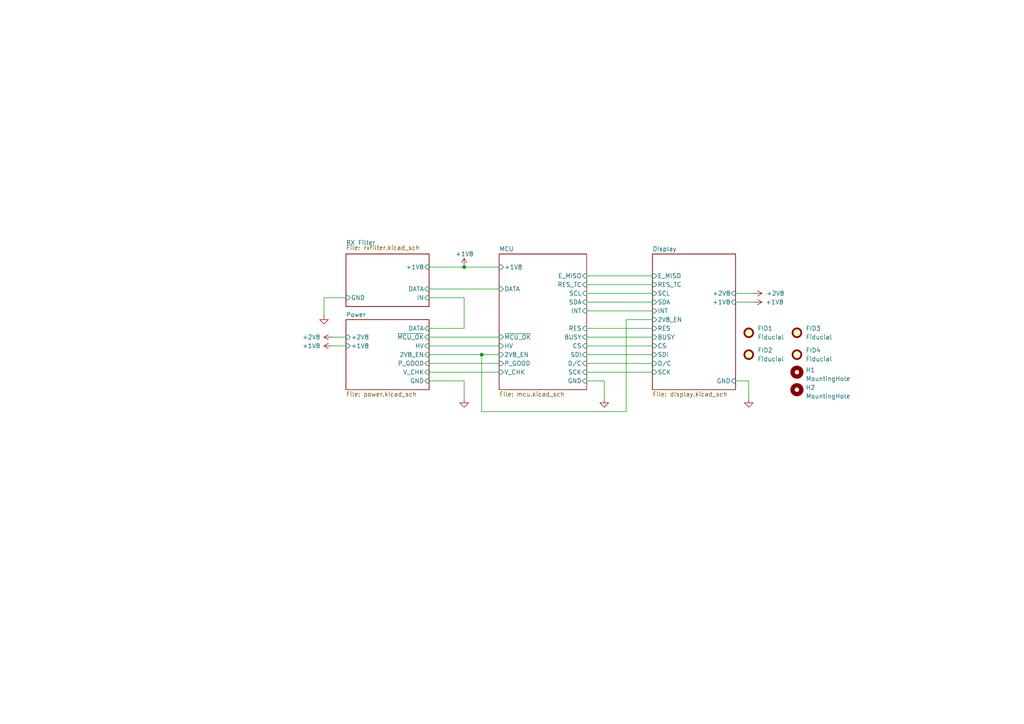
<source format=kicad_sch>
(kicad_sch (version 20230221) (generator eeschema)

  (uuid f1094595-086c-43ea-a0be-6f801d9d8744)

  (paper "A4")

  (lib_symbols
    (symbol "Mechanical:Fiducial" (in_bom yes) (on_board yes)
      (property "Reference" "FID" (at 0 5.08 0)
        (effects (font (size 1.27 1.27)))
      )
      (property "Value" "Fiducial" (at 0 3.175 0)
        (effects (font (size 1.27 1.27)))
      )
      (property "Footprint" "" (at 0 0 0)
        (effects (font (size 1.27 1.27)) hide)
      )
      (property "Datasheet" "~" (at 0 0 0)
        (effects (font (size 1.27 1.27)) hide)
      )
      (property "ki_keywords" "fiducial marker" (at 0 0 0)
        (effects (font (size 1.27 1.27)) hide)
      )
      (property "ki_description" "Fiducial Marker" (at 0 0 0)
        (effects (font (size 1.27 1.27)) hide)
      )
      (property "ki_fp_filters" "Fiducial*" (at 0 0 0)
        (effects (font (size 1.27 1.27)) hide)
      )
      (symbol "Fiducial_0_1"
        (circle (center 0 0) (radius 1.27)
          (stroke (width 0.508) (type default))
          (fill (type background))
        )
      )
    )
    (symbol "Mechanical:MountingHole" (pin_names (offset 1.016)) (in_bom yes) (on_board yes)
      (property "Reference" "H" (at 0 5.08 0)
        (effects (font (size 1.27 1.27)))
      )
      (property "Value" "MountingHole" (at 0 3.175 0)
        (effects (font (size 1.27 1.27)))
      )
      (property "Footprint" "" (at 0 0 0)
        (effects (font (size 1.27 1.27)) hide)
      )
      (property "Datasheet" "~" (at 0 0 0)
        (effects (font (size 1.27 1.27)) hide)
      )
      (property "ki_keywords" "mounting hole" (at 0 0 0)
        (effects (font (size 1.27 1.27)) hide)
      )
      (property "ki_description" "Mounting Hole without connection" (at 0 0 0)
        (effects (font (size 1.27 1.27)) hide)
      )
      (property "ki_fp_filters" "MountingHole*" (at 0 0 0)
        (effects (font (size 1.27 1.27)) hide)
      )
      (symbol "MountingHole_0_1"
        (circle (center 0 0) (radius 1.27)
          (stroke (width 1.27) (type default))
          (fill (type none))
        )
      )
    )
    (symbol "power:+1V8" (power) (pin_names (offset 0)) (in_bom yes) (on_board yes)
      (property "Reference" "#PWR" (at 0 -3.81 0)
        (effects (font (size 1.27 1.27)) hide)
      )
      (property "Value" "+1V8" (at 0 3.556 0)
        (effects (font (size 1.27 1.27)))
      )
      (property "Footprint" "" (at 0 0 0)
        (effects (font (size 1.27 1.27)) hide)
      )
      (property "Datasheet" "" (at 0 0 0)
        (effects (font (size 1.27 1.27)) hide)
      )
      (property "ki_keywords" "power-flag" (at 0 0 0)
        (effects (font (size 1.27 1.27)) hide)
      )
      (property "ki_description" "Power symbol creates a global label with name \"+1V8\"" (at 0 0 0)
        (effects (font (size 1.27 1.27)) hide)
      )
      (symbol "+1V8_0_1"
        (polyline
          (pts
            (xy -0.762 1.27)
            (xy 0 2.54)
          )
          (stroke (width 0) (type default))
          (fill (type none))
        )
        (polyline
          (pts
            (xy 0 0)
            (xy 0 2.54)
          )
          (stroke (width 0) (type default))
          (fill (type none))
        )
        (polyline
          (pts
            (xy 0 2.54)
            (xy 0.762 1.27)
          )
          (stroke (width 0) (type default))
          (fill (type none))
        )
      )
      (symbol "+1V8_1_1"
        (pin power_in line (at 0 0 90) (length 0) hide
          (name "+1V8" (effects (font (size 1.27 1.27))))
          (number "1" (effects (font (size 1.27 1.27))))
        )
      )
    )
    (symbol "power:+2V8" (power) (pin_names (offset 0)) (in_bom yes) (on_board yes)
      (property "Reference" "#PWR" (at 0 -3.81 0)
        (effects (font (size 1.27 1.27)) hide)
      )
      (property "Value" "+2V8" (at 0 3.556 0)
        (effects (font (size 1.27 1.27)))
      )
      (property "Footprint" "" (at 0 0 0)
        (effects (font (size 1.27 1.27)) hide)
      )
      (property "Datasheet" "" (at 0 0 0)
        (effects (font (size 1.27 1.27)) hide)
      )
      (property "ki_keywords" "power-flag" (at 0 0 0)
        (effects (font (size 1.27 1.27)) hide)
      )
      (property "ki_description" "Power symbol creates a global label with name \"+2V8\"" (at 0 0 0)
        (effects (font (size 1.27 1.27)) hide)
      )
      (symbol "+2V8_0_1"
        (polyline
          (pts
            (xy -0.762 1.27)
            (xy 0 2.54)
          )
          (stroke (width 0) (type default))
          (fill (type none))
        )
        (polyline
          (pts
            (xy 0 0)
            (xy 0 2.54)
          )
          (stroke (width 0) (type default))
          (fill (type none))
        )
        (polyline
          (pts
            (xy 0 2.54)
            (xy 0.762 1.27)
          )
          (stroke (width 0) (type default))
          (fill (type none))
        )
      )
      (symbol "+2V8_1_1"
        (pin power_in line (at 0 0 90) (length 0) hide
          (name "+2V8" (effects (font (size 1.27 1.27))))
          (number "1" (effects (font (size 1.27 1.27))))
        )
      )
    )
    (symbol "power:GND" (power) (pin_names (offset 0)) (in_bom yes) (on_board yes)
      (property "Reference" "#PWR" (at 0 -6.35 0)
        (effects (font (size 1.27 1.27)) hide)
      )
      (property "Value" "GND" (at 0 -3.81 0)
        (effects (font (size 1.27 1.27)))
      )
      (property "Footprint" "" (at 0 0 0)
        (effects (font (size 1.27 1.27)) hide)
      )
      (property "Datasheet" "" (at 0 0 0)
        (effects (font (size 1.27 1.27)) hide)
      )
      (property "ki_keywords" "power-flag" (at 0 0 0)
        (effects (font (size 1.27 1.27)) hide)
      )
      (property "ki_description" "Power symbol creates a global label with name \"GND\" , ground" (at 0 0 0)
        (effects (font (size 1.27 1.27)) hide)
      )
      (symbol "GND_0_1"
        (polyline
          (pts
            (xy 0 0)
            (xy 0 -1.27)
            (xy 1.27 -1.27)
            (xy 0 -2.54)
            (xy -1.27 -1.27)
            (xy 0 -1.27)
          )
          (stroke (width 0) (type default))
          (fill (type none))
        )
      )
      (symbol "GND_1_1"
        (pin power_in line (at 0 0 270) (length 0) hide
          (name "GND" (effects (font (size 1.27 1.27))))
          (number "1" (effects (font (size 1.27 1.27))))
        )
      )
    )
  )

  (junction (at 134.62 77.47) (diameter 0) (color 0 0 0 0)
    (uuid 1760802e-9cb8-4888-9bb6-3cad90cb4391)
  )
  (junction (at 139.7 102.87) (diameter 0) (color 0 0 0 0)
    (uuid 65767b9c-3c34-47da-b3b2-88cfe96b9910)
  )

  (wire (pts (xy 139.7 102.87) (xy 144.78 102.87))
    (stroke (width 0) (type default))
    (uuid 11b85a35-b083-4347-ace4-7895514d8392)
  )
  (wire (pts (xy 124.46 107.95) (xy 144.78 107.95))
    (stroke (width 0) (type default))
    (uuid 15c7b644-feaa-4a72-99f5-372726787def)
  )
  (wire (pts (xy 217.17 110.49) (xy 213.36 110.49))
    (stroke (width 0) (type default))
    (uuid 27ea524a-ef43-49cd-bc84-d2090076d86a)
  )
  (wire (pts (xy 170.18 97.79) (xy 189.23 97.79))
    (stroke (width 0) (type default))
    (uuid 28c990b6-1f32-4c71-bcdc-846eba960089)
  )
  (wire (pts (xy 170.18 110.49) (xy 175.26 110.49))
    (stroke (width 0) (type default))
    (uuid 31b011c6-669c-452f-9e6a-c12cbf22873f)
  )
  (wire (pts (xy 93.98 86.36) (xy 100.33 86.36))
    (stroke (width 0) (type default))
    (uuid 32ad62b6-4c67-4581-bc38-befff47b7821)
  )
  (wire (pts (xy 213.36 85.09) (xy 218.44 85.09))
    (stroke (width 0) (type default))
    (uuid 35d3384b-807d-4125-9396-faeecd147abe)
  )
  (wire (pts (xy 124.46 77.47) (xy 134.62 77.47))
    (stroke (width 0) (type default))
    (uuid 4125a609-c62c-428e-91ef-a0d664eace49)
  )
  (wire (pts (xy 170.18 85.09) (xy 189.23 85.09))
    (stroke (width 0) (type default))
    (uuid 42827432-d5a8-499a-a7ae-797fd1d51d8a)
  )
  (wire (pts (xy 96.52 100.33) (xy 100.33 100.33))
    (stroke (width 0) (type default))
    (uuid 472773c8-a72c-4ffa-90d4-65aa9eb95627)
  )
  (wire (pts (xy 181.61 119.38) (xy 139.7 119.38))
    (stroke (width 0) (type default))
    (uuid 684ca263-331a-41d7-8151-1ef493c459f4)
  )
  (wire (pts (xy 170.18 95.25) (xy 189.23 95.25))
    (stroke (width 0) (type default))
    (uuid 6903ac01-63b0-45f2-8de5-782ac93c7643)
  )
  (wire (pts (xy 96.52 97.79) (xy 100.33 97.79))
    (stroke (width 0) (type default))
    (uuid 6f06b72b-dda5-4c6c-9fed-55cb9fa4d090)
  )
  (wire (pts (xy 170.18 87.63) (xy 189.23 87.63))
    (stroke (width 0) (type default))
    (uuid 740d8e84-9f0a-436b-9967-03365c26d02e)
  )
  (wire (pts (xy 134.62 110.49) (xy 124.46 110.49))
    (stroke (width 0) (type default))
    (uuid 770db952-301e-4657-91ea-bfa67ab9b9b4)
  )
  (wire (pts (xy 134.62 115.57) (xy 134.62 110.49))
    (stroke (width 0) (type default))
    (uuid 7d7b36d6-4db1-474b-b5bb-632e85f1d28a)
  )
  (wire (pts (xy 170.18 105.41) (xy 189.23 105.41))
    (stroke (width 0) (type default))
    (uuid 7e3ab624-6a5b-426d-a7cd-61748a9112a1)
  )
  (wire (pts (xy 170.18 90.17) (xy 189.23 90.17))
    (stroke (width 0) (type default))
    (uuid 7fb776a0-17e4-433e-aa9b-7b7f563a8ef4)
  )
  (wire (pts (xy 124.46 97.79) (xy 144.78 97.79))
    (stroke (width 0) (type default))
    (uuid 8f2670bb-efbf-402f-b217-693f6bd67dbb)
  )
  (wire (pts (xy 124.46 105.41) (xy 144.78 105.41))
    (stroke (width 0) (type default))
    (uuid 8fa3ce1b-5dba-4410-b2d5-97e218f3a8d1)
  )
  (wire (pts (xy 124.46 83.82) (xy 144.78 83.82))
    (stroke (width 0) (type default))
    (uuid 951b706f-5ee5-467f-976f-d402bb6a24ad)
  )
  (wire (pts (xy 124.46 100.33) (xy 144.78 100.33))
    (stroke (width 0) (type default))
    (uuid a0bbef68-2004-4486-a7a4-70f40fc10f20)
  )
  (wire (pts (xy 139.7 119.38) (xy 139.7 102.87))
    (stroke (width 0) (type default))
    (uuid a43513c9-3b58-421c-aacd-8adea195f6b1)
  )
  (wire (pts (xy 170.18 100.33) (xy 189.23 100.33))
    (stroke (width 0) (type default))
    (uuid afb83ae3-4e7b-40d7-8bba-2ec249dbd674)
  )
  (wire (pts (xy 134.62 77.47) (xy 144.78 77.47))
    (stroke (width 0) (type default))
    (uuid b1e46a58-1742-4386-97aa-8179f030c1b1)
  )
  (wire (pts (xy 170.18 80.01) (xy 189.23 80.01))
    (stroke (width 0) (type default))
    (uuid b87bdec1-97c1-4f59-aef0-6a57b7fd0c08)
  )
  (wire (pts (xy 134.62 95.25) (xy 124.46 95.25))
    (stroke (width 0) (type default))
    (uuid ba8c8b4f-ee18-4408-8378-1b96cfc10866)
  )
  (wire (pts (xy 124.46 102.87) (xy 139.7 102.87))
    (stroke (width 0) (type default))
    (uuid bac70081-79f5-4f17-9482-ca50be35f38c)
  )
  (wire (pts (xy 218.44 87.63) (xy 213.36 87.63))
    (stroke (width 0) (type default))
    (uuid c449bba0-eaad-4475-9117-fa89fab51967)
  )
  (wire (pts (xy 217.17 115.57) (xy 217.17 110.49))
    (stroke (width 0) (type default))
    (uuid c7f3a0ba-18db-4c63-9187-4584f42a5930)
  )
  (wire (pts (xy 170.18 82.55) (xy 189.23 82.55))
    (stroke (width 0) (type default))
    (uuid ca54df42-b27e-43a9-8d69-9e64a04ad206)
  )
  (wire (pts (xy 175.26 115.57) (xy 175.26 110.49))
    (stroke (width 0) (type default))
    (uuid cd9a6a2f-cbb2-4fa8-a00e-26994b16732c)
  )
  (wire (pts (xy 93.98 91.44) (xy 93.98 86.36))
    (stroke (width 0) (type default))
    (uuid cfaccb8a-85d3-41ea-914f-ca51fa87e72f)
  )
  (wire (pts (xy 181.61 92.71) (xy 181.61 119.38))
    (stroke (width 0) (type default))
    (uuid d6e1f545-5122-4619-a1ae-288aa6c67456)
  )
  (wire (pts (xy 170.18 102.87) (xy 189.23 102.87))
    (stroke (width 0) (type default))
    (uuid d9679898-6314-4147-b045-c0a3b7572216)
  )
  (wire (pts (xy 170.18 107.95) (xy 189.23 107.95))
    (stroke (width 0) (type default))
    (uuid dc47cb1f-179c-45c5-abd5-276d30965abe)
  )
  (wire (pts (xy 124.46 86.36) (xy 134.62 86.36))
    (stroke (width 0) (type default))
    (uuid e2bf8467-272a-440f-a96d-032043d52350)
  )
  (wire (pts (xy 134.62 86.36) (xy 134.62 95.25))
    (stroke (width 0) (type default))
    (uuid e3ed2ceb-bbcd-475e-a647-ab7ceca4518a)
  )
  (wire (pts (xy 189.23 92.71) (xy 181.61 92.71))
    (stroke (width 0) (type default))
    (uuid f692f1b3-cea9-4863-a52f-6182862cd916)
  )

  (symbol (lib_id "Mechanical:Fiducial") (at 217.17 96.52 0) (unit 1)
    (in_bom yes) (on_board yes) (dnp no) (fields_autoplaced)
    (uuid 07b6e9fa-5f27-4d03-a108-8598ae262114)
    (property "Reference" "FID?" (at 219.71 95.2499 0)
      (effects (font (size 1.27 1.27)) (justify left))
    )
    (property "Value" "Fiducial" (at 219.71 97.7899 0)
      (effects (font (size 1.27 1.27)) (justify left))
    )
    (property "Footprint" "Fiducial:Fiducial_0.5mm_Mask1.5mm" (at 217.17 96.52 0)
      (effects (font (size 1.27 1.27)) hide)
    )
    (property "Datasheet" "~" (at 217.17 96.52 0)
      (effects (font (size 1.27 1.27)) hide)
    )
    (instances
      (project "Kampela"
        (path "/472e0f49-51e5-4b9c-a9f6-6aed0741c677"
          (reference "FID?") (unit 1)
        )
      )
      (project "Kampela_D1"
        (path "/f1094595-086c-43ea-a0be-6f801d9d8744"
          (reference "FID1") (unit 1)
        )
      )
    )
  )

  (symbol (lib_id "power:+1V8") (at 218.44 87.63 270) (unit 1)
    (in_bom yes) (on_board yes) (dnp no)
    (uuid 1456c387-d268-44d5-98df-074738d8757c)
    (property "Reference" "#PWR?" (at 214.63 87.63 0)
      (effects (font (size 1.27 1.27)) hide)
    )
    (property "Value" "+1V8" (at 227.33 87.63 90)
      (effects (font (size 1.27 1.27)) (justify right))
    )
    (property "Footprint" "" (at 218.44 87.63 0)
      (effects (font (size 1.27 1.27)) hide)
    )
    (property "Datasheet" "" (at 218.44 87.63 0)
      (effects (font (size 1.27 1.27)) hide)
    )
    (pin "1" (uuid a6aa9ef6-bd6c-4cf9-a8ff-7bbcef6f2bf8))
    (instances
      (project "Kampela"
        (path "/472e0f49-51e5-4b9c-a9f6-6aed0741c677"
          (reference "#PWR?") (unit 1)
        )
      )
      (project "Kampela_D1"
        (path "/f1094595-086c-43ea-a0be-6f801d9d8744"
          (reference "#PWR010") (unit 1)
        )
      )
    )
  )

  (symbol (lib_id "power:+2V8") (at 96.52 97.79 90) (unit 1)
    (in_bom yes) (on_board yes) (dnp no)
    (uuid 476324e8-1c8e-4748-bcb3-62301e88ff0e)
    (property "Reference" "#PWR?" (at 100.33 97.79 0)
      (effects (font (size 1.27 1.27)) hide)
    )
    (property "Value" "+2V8" (at 87.63 97.79 90)
      (effects (font (size 1.27 1.27)) (justify right))
    )
    (property "Footprint" "" (at 96.52 97.79 0)
      (effects (font (size 1.27 1.27)) hide)
    )
    (property "Datasheet" "" (at 96.52 97.79 0)
      (effects (font (size 1.27 1.27)) hide)
    )
    (pin "1" (uuid 71ae35e1-c271-4e8c-9bed-728591c561ff))
    (instances
      (project "Kampela"
        (path "/472e0f49-51e5-4b9c-a9f6-6aed0741c677"
          (reference "#PWR?") (unit 1)
        )
      )
      (project "Kampela_D1"
        (path "/f1094595-086c-43ea-a0be-6f801d9d8744"
          (reference "#PWR02") (unit 1)
        )
      )
    )
  )

  (symbol (lib_id "Mechanical:Fiducial") (at 231.14 102.87 0) (unit 1)
    (in_bom yes) (on_board yes) (dnp no) (fields_autoplaced)
    (uuid 49b50032-60bf-486c-90ee-ada0700a21b5)
    (property "Reference" "FID?" (at 233.68 101.5999 0)
      (effects (font (size 1.27 1.27)) (justify left))
    )
    (property "Value" "Fiducial" (at 233.68 104.1399 0)
      (effects (font (size 1.27 1.27)) (justify left))
    )
    (property "Footprint" "Fiducial:Fiducial_0.5mm_Mask1.5mm" (at 231.14 102.87 0)
      (effects (font (size 1.27 1.27)) hide)
    )
    (property "Datasheet" "~" (at 231.14 102.87 0)
      (effects (font (size 1.27 1.27)) hide)
    )
    (instances
      (project "Kampela"
        (path "/472e0f49-51e5-4b9c-a9f6-6aed0741c677"
          (reference "FID?") (unit 1)
        )
      )
      (project "Kampela_D1"
        (path "/f1094595-086c-43ea-a0be-6f801d9d8744"
          (reference "FID4") (unit 1)
        )
      )
    )
  )

  (symbol (lib_id "Mechanical:MountingHole") (at 231.14 113.03 0) (unit 1)
    (in_bom yes) (on_board yes) (dnp no) (fields_autoplaced)
    (uuid 5b4b0dd3-69b5-482f-846f-fc5616165a2a)
    (property "Reference" "H2" (at 233.68 112.395 0)
      (effects (font (size 1.27 1.27)) (justify left))
    )
    (property "Value" "MountingHole" (at 233.68 114.935 0)
      (effects (font (size 1.27 1.27)) (justify left))
    )
    (property "Footprint" "MountingHole:MountingHole_2.1mm" (at 231.14 113.03 0)
      (effects (font (size 1.27 1.27)) hide)
    )
    (property "Datasheet" "~" (at 231.14 113.03 0)
      (effects (font (size 1.27 1.27)) hide)
    )
    (instances
      (project "Kampela_D1"
        (path "/f1094595-086c-43ea-a0be-6f801d9d8744"
          (reference "H2") (unit 1)
        )
      )
    )
  )

  (symbol (lib_id "power:+2V8") (at 218.44 85.09 270) (unit 1)
    (in_bom yes) (on_board yes) (dnp no) (fields_autoplaced)
    (uuid 8455d62c-d401-42ef-b025-8d9fa60e4bcc)
    (property "Reference" "#PWR?" (at 214.63 85.09 0)
      (effects (font (size 1.27 1.27)) hide)
    )
    (property "Value" "+2V8" (at 222.25 85.0899 90)
      (effects (font (size 1.27 1.27)) (justify left))
    )
    (property "Footprint" "" (at 218.44 85.09 0)
      (effects (font (size 1.27 1.27)) hide)
    )
    (property "Datasheet" "" (at 218.44 85.09 0)
      (effects (font (size 1.27 1.27)) hide)
    )
    (pin "1" (uuid 667d1ef9-2baf-4dfa-b332-6d6423a0ed34))
    (instances
      (project "Kampela"
        (path "/472e0f49-51e5-4b9c-a9f6-6aed0741c677"
          (reference "#PWR?") (unit 1)
        )
      )
      (project "Kampela_D1"
        (path "/f1094595-086c-43ea-a0be-6f801d9d8744"
          (reference "#PWR09") (unit 1)
        )
      )
    )
  )

  (symbol (lib_id "power:GND") (at 93.98 91.44 0) (mirror y) (unit 1)
    (in_bom yes) (on_board yes) (dnp no) (fields_autoplaced)
    (uuid 93ecbcce-cd92-405f-b117-481c41d6d595)
    (property "Reference" "#PWR?" (at 93.98 97.79 0)
      (effects (font (size 1.27 1.27)) hide)
    )
    (property "Value" "GND" (at 93.98 96.52 0)
      (effects (font (size 1.27 1.27)) hide)
    )
    (property "Footprint" "" (at 93.98 91.44 0)
      (effects (font (size 1.27 1.27)) hide)
    )
    (property "Datasheet" "" (at 93.98 91.44 0)
      (effects (font (size 1.27 1.27)) hide)
    )
    (pin "1" (uuid 7d6ac812-3c6f-4c1e-acc9-5a7007f3b680))
    (instances
      (project "Kampela"
        (path "/472e0f49-51e5-4b9c-a9f6-6aed0741c677"
          (reference "#PWR?") (unit 1)
        )
      )
      (project "Kampela_D1"
        (path "/f1094595-086c-43ea-a0be-6f801d9d8744"
          (reference "#PWR01") (unit 1)
        )
      )
    )
  )

  (symbol (lib_id "Mechanical:MountingHole") (at 231.14 107.95 0) (unit 1)
    (in_bom yes) (on_board yes) (dnp no) (fields_autoplaced)
    (uuid 9ec0f513-e523-40e8-95e2-90ce8323235c)
    (property "Reference" "H1" (at 233.68 107.315 0)
      (effects (font (size 1.27 1.27)) (justify left))
    )
    (property "Value" "MountingHole" (at 233.68 109.855 0)
      (effects (font (size 1.27 1.27)) (justify left))
    )
    (property "Footprint" "MountingHole:MountingHole_2.1mm" (at 231.14 107.95 0)
      (effects (font (size 1.27 1.27)) hide)
    )
    (property "Datasheet" "~" (at 231.14 107.95 0)
      (effects (font (size 1.27 1.27)) hide)
    )
    (instances
      (project "Kampela_D1"
        (path "/f1094595-086c-43ea-a0be-6f801d9d8744"
          (reference "H1") (unit 1)
        )
      )
    )
  )

  (symbol (lib_id "power:+1V8") (at 134.62 77.47 0) (mirror y) (unit 1)
    (in_bom yes) (on_board yes) (dnp no)
    (uuid a20bbef2-5722-4dc2-a3d8-4073fdf4cf88)
    (property "Reference" "#PWR?" (at 134.62 81.28 0)
      (effects (font (size 1.27 1.27)) hide)
    )
    (property "Value" "+1V8" (at 132.08 73.66 0)
      (effects (font (size 1.27 1.27)) (justify right))
    )
    (property "Footprint" "" (at 134.62 77.47 0)
      (effects (font (size 1.27 1.27)) hide)
    )
    (property "Datasheet" "" (at 134.62 77.47 0)
      (effects (font (size 1.27 1.27)) hide)
    )
    (pin "1" (uuid 9c73a91c-9da2-4483-a22d-45352e5d3eee))
    (instances
      (project "Kampela"
        (path "/472e0f49-51e5-4b9c-a9f6-6aed0741c677"
          (reference "#PWR?") (unit 1)
        )
      )
      (project "Kampela_D1"
        (path "/f1094595-086c-43ea-a0be-6f801d9d8744"
          (reference "#PWR04") (unit 1)
        )
      )
    )
  )

  (symbol (lib_id "power:GND") (at 175.26 115.57 0) (unit 1)
    (in_bom yes) (on_board yes) (dnp no) (fields_autoplaced)
    (uuid a4b25f85-1191-431e-a8f7-7b1fb23ae6d9)
    (property "Reference" "#PWR?" (at 175.26 121.92 0)
      (effects (font (size 1.27 1.27)) hide)
    )
    (property "Value" "GND" (at 175.26 120.65 0)
      (effects (font (size 1.27 1.27)) hide)
    )
    (property "Footprint" "" (at 175.26 115.57 0)
      (effects (font (size 1.27 1.27)) hide)
    )
    (property "Datasheet" "" (at 175.26 115.57 0)
      (effects (font (size 1.27 1.27)) hide)
    )
    (pin "1" (uuid 9f93f770-9117-4b08-97fa-c3e7d03b7d3b))
    (instances
      (project "Kampela"
        (path "/472e0f49-51e5-4b9c-a9f6-6aed0741c677"
          (reference "#PWR?") (unit 1)
        )
      )
      (project "Kampela_D1"
        (path "/f1094595-086c-43ea-a0be-6f801d9d8744"
          (reference "#PWR07") (unit 1)
        )
      )
    )
  )

  (symbol (lib_id "power:GND") (at 217.17 115.57 0) (unit 1)
    (in_bom yes) (on_board yes) (dnp no) (fields_autoplaced)
    (uuid cfd355be-245b-44a2-9692-a6e752c3dbe2)
    (property "Reference" "#PWR?" (at 217.17 121.92 0)
      (effects (font (size 1.27 1.27)) hide)
    )
    (property "Value" "GND" (at 217.17 120.65 0)
      (effects (font (size 1.27 1.27)) hide)
    )
    (property "Footprint" "" (at 217.17 115.57 0)
      (effects (font (size 1.27 1.27)) hide)
    )
    (property "Datasheet" "" (at 217.17 115.57 0)
      (effects (font (size 1.27 1.27)) hide)
    )
    (pin "1" (uuid d00e5ce5-9554-4def-b226-d6b884c7cdef))
    (instances
      (project "Kampela"
        (path "/472e0f49-51e5-4b9c-a9f6-6aed0741c677"
          (reference "#PWR?") (unit 1)
        )
      )
      (project "Kampela_D1"
        (path "/f1094595-086c-43ea-a0be-6f801d9d8744"
          (reference "#PWR08") (unit 1)
        )
      )
    )
  )

  (symbol (lib_id "power:GND") (at 134.62 115.57 0) (unit 1)
    (in_bom yes) (on_board yes) (dnp no) (fields_autoplaced)
    (uuid d50ce48e-a741-419f-9e71-ad8f1744bcd5)
    (property "Reference" "#PWR?" (at 134.62 121.92 0)
      (effects (font (size 1.27 1.27)) hide)
    )
    (property "Value" "GND" (at 134.62 120.65 0)
      (effects (font (size 1.27 1.27)) hide)
    )
    (property "Footprint" "" (at 134.62 115.57 0)
      (effects (font (size 1.27 1.27)) hide)
    )
    (property "Datasheet" "" (at 134.62 115.57 0)
      (effects (font (size 1.27 1.27)) hide)
    )
    (pin "1" (uuid 59932af4-abb4-4e95-b188-5a2f7f2d037e))
    (instances
      (project "Kampela"
        (path "/472e0f49-51e5-4b9c-a9f6-6aed0741c677"
          (reference "#PWR?") (unit 1)
        )
      )
      (project "Kampela_D1"
        (path "/f1094595-086c-43ea-a0be-6f801d9d8744"
          (reference "#PWR05") (unit 1)
        )
      )
    )
  )

  (symbol (lib_id "power:+1V8") (at 96.52 100.33 90) (mirror x) (unit 1)
    (in_bom yes) (on_board yes) (dnp no)
    (uuid d825d4c0-2158-4eae-a84f-ce936fe7628f)
    (property "Reference" "#PWR?" (at 100.33 100.33 0)
      (effects (font (size 1.27 1.27)) hide)
    )
    (property "Value" "+1V8" (at 87.63 100.33 90)
      (effects (font (size 1.27 1.27)) (justify right))
    )
    (property "Footprint" "" (at 96.52 100.33 0)
      (effects (font (size 1.27 1.27)) hide)
    )
    (property "Datasheet" "" (at 96.52 100.33 0)
      (effects (font (size 1.27 1.27)) hide)
    )
    (pin "1" (uuid ebb1a57f-64d9-4d63-9022-93523e42df4c))
    (instances
      (project "Kampela"
        (path "/472e0f49-51e5-4b9c-a9f6-6aed0741c677"
          (reference "#PWR?") (unit 1)
        )
      )
      (project "Kampela_D1"
        (path "/f1094595-086c-43ea-a0be-6f801d9d8744"
          (reference "#PWR03") (unit 1)
        )
      )
    )
  )

  (symbol (lib_id "Mechanical:Fiducial") (at 231.14 96.52 0) (unit 1)
    (in_bom yes) (on_board yes) (dnp no) (fields_autoplaced)
    (uuid dc0985ce-3d77-4399-be2d-eb0592f40a31)
    (property "Reference" "FID?" (at 233.68 95.2499 0)
      (effects (font (size 1.27 1.27)) (justify left))
    )
    (property "Value" "Fiducial" (at 233.68 97.7899 0)
      (effects (font (size 1.27 1.27)) (justify left))
    )
    (property "Footprint" "Fiducial:Fiducial_0.5mm_Mask1.5mm" (at 231.14 96.52 0)
      (effects (font (size 1.27 1.27)) hide)
    )
    (property "Datasheet" "~" (at 231.14 96.52 0)
      (effects (font (size 1.27 1.27)) hide)
    )
    (instances
      (project "Kampela"
        (path "/472e0f49-51e5-4b9c-a9f6-6aed0741c677"
          (reference "FID?") (unit 1)
        )
      )
      (project "Kampela_D1"
        (path "/f1094595-086c-43ea-a0be-6f801d9d8744"
          (reference "FID3") (unit 1)
        )
      )
    )
  )

  (symbol (lib_id "Mechanical:Fiducial") (at 217.17 102.87 0) (unit 1)
    (in_bom yes) (on_board yes) (dnp no) (fields_autoplaced)
    (uuid e907db61-12ad-41c2-906d-7cba99d56fff)
    (property "Reference" "FID?" (at 219.71 101.5999 0)
      (effects (font (size 1.27 1.27)) (justify left))
    )
    (property "Value" "Fiducial" (at 219.71 104.1399 0)
      (effects (font (size 1.27 1.27)) (justify left))
    )
    (property "Footprint" "Fiducial:Fiducial_0.5mm_Mask1.5mm" (at 217.17 102.87 0)
      (effects (font (size 1.27 1.27)) hide)
    )
    (property "Datasheet" "~" (at 217.17 102.87 0)
      (effects (font (size 1.27 1.27)) hide)
    )
    (instances
      (project "Kampela"
        (path "/472e0f49-51e5-4b9c-a9f6-6aed0741c677"
          (reference "FID?") (unit 1)
        )
      )
      (project "Kampela_D1"
        (path "/f1094595-086c-43ea-a0be-6f801d9d8744"
          (reference "FID2") (unit 1)
        )
      )
    )
  )

  (sheet (at 100.33 92.71) (size 24.13 20.32) (fields_autoplaced)
    (stroke (width 0.1524) (type solid))
    (fill (color 0 0 0 0.0000))
    (uuid 107d2fe5-3a51-4aa0-a4ed-d8d997e2d812)
    (property "Sheetname" "Power" (at 100.33 91.9984 0)
      (effects (font (size 1.27 1.27)) (justify left bottom))
    )
    (property "Sheetfile" "power.kicad_sch" (at 100.33 113.6146 0)
      (effects (font (size 1.27 1.27)) (justify left top))
    )
    (pin "GND" input (at 124.46 110.49 0)
      (effects (font (size 1.27 1.27)) (justify right))
      (uuid a86538ae-f792-491f-af6d-2b2cda4b5336)
    )
    (pin "2V8_EN" input (at 124.46 102.87 0)
      (effects (font (size 1.27 1.27)) (justify right))
      (uuid eb1d37b4-816d-49b9-9903-362b6aecc882)
    )
    (pin "V_CHK" input (at 124.46 107.95 0)
      (effects (font (size 1.27 1.27)) (justify right))
      (uuid f487c804-b7dd-4573-9adf-71d3f2df9912)
    )
    (pin "P_GOOD" input (at 124.46 105.41 0)
      (effects (font (size 1.27 1.27)) (justify right))
      (uuid 75489edd-7ea4-4af0-8189-201d4b37aef8)
    )
    (pin "+1V8" input (at 100.33 100.33 180)
      (effects (font (size 1.27 1.27)) (justify left))
      (uuid 2d389b1a-f5d4-4843-aed6-a63d7cfa55c4)
    )
    (pin "+2V8" input (at 100.33 97.79 180)
      (effects (font (size 1.27 1.27)) (justify left))
      (uuid f9470593-d236-4759-9da5-fd68b4a13779)
    )
    (pin "DATA" input (at 124.46 95.25 0)
      (effects (font (size 1.27 1.27)) (justify right))
      (uuid 45e6275b-068a-4008-8eee-c223e565dc06)
    )
    (pin "HV" input (at 124.46 100.33 0)
      (effects (font (size 1.27 1.27)) (justify right))
      (uuid fe7456af-891e-44d2-9d12-1a51caed3084)
    )
    (pin "~{MCU_OK}" input (at 124.46 97.79 0)
      (effects (font (size 1.27 1.27)) (justify right))
      (uuid 95a7f914-9d91-4536-a7a5-443709429e7a)
    )
    (instances
      (project "Kampela"
        (path "/472e0f49-51e5-4b9c-a9f6-6aed0741c677" (page "3"))
      )
    )
  )

  (sheet (at 100.33 73.66) (size 24.13 15.24)
    (stroke (width 0.1524) (type solid))
    (fill (color 0 0 0 0.0000))
    (uuid 67eb4c15-878d-4392-8f98-b0db1677ce0d)
    (property "Sheetname" "RX Filter" (at 100.33 71.12 0)
      (effects (font (size 1.27 1.27)) (justify left bottom))
    )
    (property "Sheetfile" "rxfilter.kicad_sch" (at 100.33 71.12 0)
      (effects (font (size 1.27 1.27)) (justify left top))
    )
    (pin "IN" input (at 124.46 86.36 0)
      (effects (font (size 1.27 1.27)) (justify right))
      (uuid e22de384-22ee-4f9a-a4c2-9240cc29e1f1)
    )
    (pin "DATA" input (at 124.46 83.82 0)
      (effects (font (size 1.27 1.27)) (justify right))
      (uuid 2ff9a22e-42c2-48bb-8e4c-b12e81195989)
    )
    (pin "GND" input (at 100.33 86.36 180)
      (effects (font (size 1.27 1.27)) (justify left))
      (uuid 01b77589-6285-414d-91ef-7ddc4a0bb28d)
    )
    (pin "+1V8" input (at 124.46 77.47 0)
      (effects (font (size 1.27 1.27)) (justify right))
      (uuid a71e9899-17bd-44cf-9c4e-c06b0c5bf5b2)
    )
    (instances
      (project "Kampela"
        (path "/472e0f49-51e5-4b9c-a9f6-6aed0741c677" (page "2"))
      )
    )
  )

  (sheet (at 189.23 73.66) (size 24.13 39.37) (fields_autoplaced)
    (stroke (width 0.1524) (type solid))
    (fill (color 0 0 0 0.0000))
    (uuid 7868ecaa-9431-43d7-95a8-9c0f01ec9958)
    (property "Sheetname" "Display" (at 189.23 72.9484 0)
      (effects (font (size 1.27 1.27)) (justify left bottom))
    )
    (property "Sheetfile" "display.kicad_sch" (at 189.23 113.6146 0)
      (effects (font (size 1.27 1.27)) (justify left top))
    )
    (pin "D{slash}C" input (at 189.23 105.41 180)
      (effects (font (size 1.27 1.27)) (justify left))
      (uuid cdc30568-0a91-428d-9f3c-854e30b5a092)
    )
    (pin "SCK" input (at 189.23 107.95 180)
      (effects (font (size 1.27 1.27)) (justify left))
      (uuid c1ff8284-36bc-42d5-9aad-ce072cba4940)
    )
    (pin "CS" input (at 189.23 100.33 180)
      (effects (font (size 1.27 1.27)) (justify left))
      (uuid 9992a80c-f855-4d00-98ad-ffd292bf2353)
    )
    (pin "SDI" input (at 189.23 102.87 180)
      (effects (font (size 1.27 1.27)) (justify left))
      (uuid 530d0aa3-893f-49bc-b159-f515a9380357)
    )
    (pin "SDA" input (at 189.23 87.63 180)
      (effects (font (size 1.27 1.27)) (justify left))
      (uuid e93b68eb-5ecb-4927-86c9-1ce6084d5925)
    )
    (pin "SCL" input (at 189.23 85.09 180)
      (effects (font (size 1.27 1.27)) (justify left))
      (uuid 911b96b3-b8a4-4da3-ac0c-ae44088f4e58)
    )
    (pin "GND" input (at 213.36 110.49 0)
      (effects (font (size 1.27 1.27)) (justify right))
      (uuid 79d3c175-7edb-4a2c-a83b-22ef5a1e0f0e)
    )
    (pin "INT" input (at 189.23 90.17 180)
      (effects (font (size 1.27 1.27)) (justify left))
      (uuid bf5d3985-eb77-4f3e-9545-e39d37e75f32)
    )
    (pin "BUSY" input (at 189.23 97.79 180)
      (effects (font (size 1.27 1.27)) (justify left))
      (uuid a90670ca-d9fd-4742-9064-dc5d7fc34cac)
    )
    (pin "RES" input (at 189.23 95.25 180)
      (effects (font (size 1.27 1.27)) (justify left))
      (uuid 48fa7c1d-a2c4-43a9-aaf0-2b412bd5c13c)
    )
    (pin "+1V8" input (at 213.36 87.63 0)
      (effects (font (size 1.27 1.27)) (justify right))
      (uuid 36193438-63f3-4eed-ab43-fe381af5e1b2)
    )
    (pin "+2V8" input (at 213.36 85.09 0)
      (effects (font (size 1.27 1.27)) (justify right))
      (uuid 33206404-2b22-4621-aa70-e93ca507816f)
    )
    (pin "RES_TC" input (at 189.23 82.55 180)
      (effects (font (size 1.27 1.27)) (justify left))
      (uuid 8db42898-b33d-491a-9a3c-4a60205152ab)
    )
    (pin "E_MISO" input (at 189.23 80.01 180)
      (effects (font (size 1.27 1.27)) (justify left))
      (uuid 72967f51-1ed2-4814-a08f-04ad7d4ffca5)
    )
    (pin "2V8_EN" input (at 189.23 92.71 180)
      (effects (font (size 1.27 1.27)) (justify left))
      (uuid b200a4df-e040-4520-842c-e5af47429ff2)
    )
    (instances
      (project "Kampela"
        (path "/472e0f49-51e5-4b9c-a9f6-6aed0741c677" (page "4"))
      )
    )
  )

  (sheet (at 144.78 73.66) (size 25.4 39.37) (fields_autoplaced)
    (stroke (width 0.1524) (type solid))
    (fill (color 0 0 0 0.0000))
    (uuid da08338c-417a-4808-acf4-35a11b7a82db)
    (property "Sheetname" "MCU" (at 144.78 72.9484 0)
      (effects (font (size 1.27 1.27)) (justify left bottom))
    )
    (property "Sheetfile" "mcu.kicad_sch" (at 144.78 113.6146 0)
      (effects (font (size 1.27 1.27)) (justify left top))
    )
    (pin "P_GOOD" input (at 144.78 105.41 180)
      (effects (font (size 1.27 1.27)) (justify left))
      (uuid d5000e77-da6f-47dd-8417-ed784dbb1270)
    )
    (pin "+1V8" input (at 144.78 77.47 180)
      (effects (font (size 1.27 1.27)) (justify left))
      (uuid 64277c0a-016e-42d3-82bc-977c27e4804c)
    )
    (pin "RES" input (at 170.18 95.25 0)
      (effects (font (size 1.27 1.27)) (justify right))
      (uuid 30e3f115-b28e-4ec7-9a9d-6da0a7e88f2c)
    )
    (pin "BUSY" input (at 170.18 97.79 0)
      (effects (font (size 1.27 1.27)) (justify right))
      (uuid f8594796-78c8-418d-8c78-482190016fbf)
    )
    (pin "SCK" input (at 170.18 107.95 0)
      (effects (font (size 1.27 1.27)) (justify right))
      (uuid 4d798ccc-2d1f-4440-9072-e2dd244fc7f9)
    )
    (pin "CS" input (at 170.18 100.33 0)
      (effects (font (size 1.27 1.27)) (justify right))
      (uuid ee00b630-d8bb-46c4-9b70-8ed52180fa23)
    )
    (pin "SDI" input (at 170.18 102.87 0)
      (effects (font (size 1.27 1.27)) (justify right))
      (uuid 61e6e1d7-81a9-4102-a9ed-248c20b7d829)
    )
    (pin "D{slash}C" input (at 170.18 105.41 0)
      (effects (font (size 1.27 1.27)) (justify right))
      (uuid 15242e1b-27b0-4b6b-ba89-27e66c6585f2)
    )
    (pin "DATA" input (at 144.78 83.82 180)
      (effects (font (size 1.27 1.27)) (justify left))
      (uuid 12b48b43-9e76-4fed-bdac-574d955d04b8)
    )
    (pin "INT" input (at 170.18 90.17 0)
      (effects (font (size 1.27 1.27)) (justify right))
      (uuid c17b8945-93f0-4f37-8a8c-f30cebacda9f)
    )
    (pin "SCL" input (at 170.18 85.09 0)
      (effects (font (size 1.27 1.27)) (justify right))
      (uuid 3983a496-dd75-46e3-95bf-6ea591165398)
    )
    (pin "V_CHK" input (at 144.78 107.95 180)
      (effects (font (size 1.27 1.27)) (justify left))
      (uuid aedfefb1-0ff3-4c5d-ad84-c687796251b4)
    )
    (pin "GND" input (at 170.18 110.49 0)
      (effects (font (size 1.27 1.27)) (justify right))
      (uuid b8494bd3-c1be-4a3f-93f1-e93064678a18)
    )
    (pin "SDA" input (at 170.18 87.63 0)
      (effects (font (size 1.27 1.27)) (justify right))
      (uuid 34621a8f-41c5-4831-8686-a3e56a7798af)
    )
    (pin "2V8_EN" input (at 144.78 102.87 180)
      (effects (font (size 1.27 1.27)) (justify left))
      (uuid 80070578-8739-478f-96f8-47894aa36668)
    )
    (pin "HV" input (at 144.78 100.33 180)
      (effects (font (size 1.27 1.27)) (justify left))
      (uuid 8ad9f73c-b1bd-4962-8eea-147d3262e4f6)
    )
    (pin "RES_TC" input (at 170.18 82.55 0)
      (effects (font (size 1.27 1.27)) (justify right))
      (uuid aee9183d-cc35-4d52-af5d-feb7f1c2d26a)
    )
    (pin "~{MCU_OK}" input (at 144.78 97.79 180)
      (effects (font (size 1.27 1.27)) (justify left))
      (uuid 15f139b0-b982-480d-bf7f-75bd41f403ef)
    )
    (pin "E_MISO" input (at 170.18 80.01 0)
      (effects (font (size 1.27 1.27)) (justify right))
      (uuid bef8b1c5-da6e-4d0c-a4a7-40cb754ce278)
    )
    (instances
      (project "Kampela"
        (path "/472e0f49-51e5-4b9c-a9f6-6aed0741c677" (page "5"))
      )
    )
  )

  (sheet_instances
    (path "/" (page "1"))
  )
)

</source>
